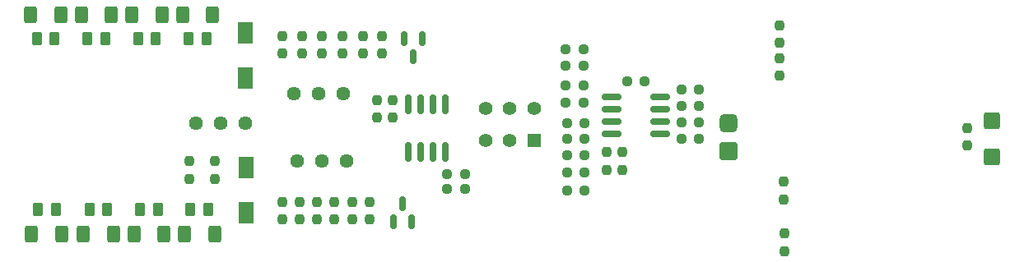
<source format=gbr>
%TF.GenerationSoftware,KiCad,Pcbnew,7.0.10*%
%TF.CreationDate,2024-07-07T01:33:31+02:00*%
%TF.ProjectId,DS100M06V_linear,44533130-304d-4303-9656-5f6c696e6561,rev?*%
%TF.SameCoordinates,Original*%
%TF.FileFunction,Paste,Top*%
%TF.FilePolarity,Positive*%
%FSLAX46Y46*%
G04 Gerber Fmt 4.6, Leading zero omitted, Abs format (unit mm)*
G04 Created by KiCad (PCBNEW 7.0.10) date 2024-07-07 01:33:31*
%MOMM*%
%LPD*%
G01*
G04 APERTURE LIST*
G04 Aperture macros list*
%AMRoundRect*
0 Rectangle with rounded corners*
0 $1 Rounding radius*
0 $2 $3 $4 $5 $6 $7 $8 $9 X,Y pos of 4 corners*
0 Add a 4 corners polygon primitive as box body*
4,1,4,$2,$3,$4,$5,$6,$7,$8,$9,$2,$3,0*
0 Add four circle primitives for the rounded corners*
1,1,$1+$1,$2,$3*
1,1,$1+$1,$4,$5*
1,1,$1+$1,$6,$7*
1,1,$1+$1,$8,$9*
0 Add four rect primitives between the rounded corners*
20,1,$1+$1,$2,$3,$4,$5,0*
20,1,$1+$1,$4,$5,$6,$7,0*
20,1,$1+$1,$6,$7,$8,$9,0*
20,1,$1+$1,$8,$9,$2,$3,0*%
G04 Aperture macros list end*
%ADD10RoundRect,0.237500X0.250000X0.237500X-0.250000X0.237500X-0.250000X-0.237500X0.250000X-0.237500X0*%
%ADD11RoundRect,0.237500X-0.237500X0.250000X-0.237500X-0.250000X0.237500X-0.250000X0.237500X0.250000X0*%
%ADD12RoundRect,0.250000X0.262500X0.450000X-0.262500X0.450000X-0.262500X-0.450000X0.262500X-0.450000X0*%
%ADD13R,1.600000X2.300000*%
%ADD14RoundRect,0.150000X-0.825000X-0.150000X0.825000X-0.150000X0.825000X0.150000X-0.825000X0.150000X0*%
%ADD15RoundRect,0.237500X0.237500X-0.250000X0.237500X0.250000X-0.237500X0.250000X-0.237500X-0.250000X0*%
%ADD16C,1.440000*%
%ADD17RoundRect,0.237500X-0.250000X-0.237500X0.250000X-0.237500X0.250000X0.237500X-0.250000X0.237500X0*%
%ADD18RoundRect,0.250000X0.600000X-0.600000X0.600000X0.600000X-0.600000X0.600000X-0.600000X-0.600000X0*%
%ADD19RoundRect,0.250000X-0.400000X-0.625000X0.400000X-0.625000X0.400000X0.625000X-0.400000X0.625000X0*%
%ADD20RoundRect,0.150000X0.150000X-0.587500X0.150000X0.587500X-0.150000X0.587500X-0.150000X-0.587500X0*%
%ADD21RoundRect,0.150000X-0.150000X0.587500X-0.150000X-0.587500X0.150000X-0.587500X0.150000X0.587500X0*%
%ADD22RoundRect,0.250000X-0.675000X-0.675000X0.675000X-0.675000X0.675000X0.675000X-0.675000X0.675000X0*%
%ADD23R,1.400000X1.400000*%
%ADD24C,1.400000*%
%ADD25RoundRect,0.462500X-0.462500X-0.462500X0.462500X-0.462500X0.462500X0.462500X-0.462500X0.462500X0*%
%ADD26RoundRect,0.150000X0.150000X-0.825000X0.150000X0.825000X-0.150000X0.825000X-0.150000X-0.825000X0*%
G04 APERTURE END LIST*
D10*
%TO.C,R14*%
X149212500Y-124600000D03*
X147387500Y-124600000D03*
%TD*%
D11*
%TO.C,R51*%
X127100000Y-131087500D03*
X127100000Y-132912500D03*
%TD*%
D10*
%TO.C,R13*%
X149112500Y-119100000D03*
X147287500Y-119100000D03*
%TD*%
D12*
%TO.C,C39*%
X94812500Y-131900000D03*
X92987500Y-131900000D03*
%TD*%
D13*
%TO.C,C16*%
X114300000Y-118350000D03*
X114300000Y-113650000D03*
%TD*%
D14*
%TO.C,U4*%
X152025000Y-120295000D03*
X152025000Y-121565000D03*
X152025000Y-122835000D03*
X152025000Y-124105000D03*
X156975000Y-124105000D03*
X156975000Y-122835000D03*
X156975000Y-121565000D03*
X156975000Y-120295000D03*
%TD*%
D15*
%TO.C,C34*%
X127900000Y-122412500D03*
X127900000Y-120587500D03*
%TD*%
D16*
%TO.C,RV2*%
X119650000Y-126900000D03*
X122190000Y-126900000D03*
X124730000Y-126900000D03*
%TD*%
D17*
%TO.C,R35*%
X159187500Y-124600000D03*
X161012500Y-124600000D03*
%TD*%
D11*
%TO.C,C5*%
X123500000Y-131087500D03*
X123500000Y-132912500D03*
%TD*%
D18*
%TO.C,J5*%
X191100000Y-126450000D03*
%TD*%
D10*
%TO.C,R19*%
X149112500Y-117100000D03*
X147287500Y-117100000D03*
%TD*%
D11*
%TO.C,C24*%
X121700000Y-131087500D03*
X121700000Y-132912500D03*
%TD*%
D18*
%TO.C,J2*%
X191100000Y-122700000D03*
%TD*%
D10*
%TO.C,C18*%
X136912500Y-129750000D03*
X135087500Y-129750000D03*
%TD*%
%TO.C,C37*%
X161012500Y-121200000D03*
X159187500Y-121200000D03*
%TD*%
D19*
%TO.C,R11*%
X107850000Y-111800000D03*
X110950000Y-111800000D03*
%TD*%
D15*
%TO.C,C4*%
X169300000Y-118112500D03*
X169300000Y-116287500D03*
%TD*%
D19*
%TO.C,R8*%
X92250000Y-111800000D03*
X95350000Y-111800000D03*
%TD*%
D11*
%TO.C,C6*%
X119900000Y-131087500D03*
X119900000Y-132912500D03*
%TD*%
D20*
%TO.C,D2*%
X129550000Y-133137500D03*
X131450000Y-133137500D03*
X130500000Y-131262500D03*
%TD*%
D17*
%TO.C,R21*%
X147387500Y-126300000D03*
X149212500Y-126300000D03*
%TD*%
D21*
%TO.C,D3*%
X132550000Y-114262500D03*
X130650000Y-114262500D03*
X131600000Y-116137500D03*
%TD*%
D15*
%TO.C,C15*%
X118100000Y-115812500D03*
X118100000Y-113987500D03*
%TD*%
%TO.C,C2*%
X169700000Y-130825000D03*
X169700000Y-129000000D03*
%TD*%
D22*
%TO.C,J7*%
X164000000Y-125900000D03*
%TD*%
D17*
%TO.C,R18*%
X153587500Y-118700000D03*
X155412500Y-118700000D03*
%TD*%
D12*
%TO.C,C42*%
X110512500Y-131900000D03*
X108687500Y-131900000D03*
%TD*%
D19*
%TO.C,R9*%
X97450000Y-111800000D03*
X100550000Y-111800000D03*
%TD*%
D11*
%TO.C,C3*%
X169800000Y-134337500D03*
X169800000Y-136162500D03*
%TD*%
D15*
%TO.C,R12*%
X126400000Y-115812500D03*
X126400000Y-113987500D03*
%TD*%
D10*
%TO.C,C21*%
X161012500Y-119500000D03*
X159187500Y-119500000D03*
%TD*%
D19*
%TO.C,R1*%
X97650000Y-134400000D03*
X100750000Y-134400000D03*
%TD*%
D17*
%TO.C,R16*%
X147387500Y-123000000D03*
X149212500Y-123000000D03*
%TD*%
D12*
%TO.C,C10*%
X99912500Y-114300000D03*
X98087500Y-114300000D03*
%TD*%
D23*
%TO.C,SW1*%
X144007500Y-124750000D03*
D24*
X141507500Y-124750000D03*
X139007500Y-124750000D03*
X144007500Y-121450000D03*
X141507500Y-121450000D03*
X139007500Y-121450000D03*
%TD*%
D15*
%TO.C,C23*%
X124300000Y-115812500D03*
X124300000Y-113987500D03*
%TD*%
D19*
%TO.C,R2*%
X102850000Y-134400000D03*
X105950000Y-134400000D03*
%TD*%
D16*
%TO.C,RV3*%
X119350000Y-119900000D03*
X121890000Y-119900000D03*
X124430000Y-119900000D03*
%TD*%
D15*
%TO.C,C14*%
X120200000Y-115812500D03*
X120200000Y-113987500D03*
%TD*%
D25*
%TO.C,J6*%
X164000000Y-123000000D03*
%TD*%
D15*
%TO.C,C1*%
X188550000Y-125312500D03*
X188550000Y-123487500D03*
%TD*%
D17*
%TO.C,R20*%
X147387500Y-128100000D03*
X149212500Y-128100000D03*
%TD*%
D13*
%TO.C,C8*%
X114400000Y-132250000D03*
X114400000Y-127550000D03*
%TD*%
D10*
%TO.C,R17*%
X161012500Y-122900000D03*
X159187500Y-122900000D03*
%TD*%
%TO.C,R6*%
X149112500Y-115400000D03*
X147287500Y-115400000D03*
%TD*%
D26*
%TO.C,U1*%
X131095000Y-125975000D03*
X132365000Y-125975000D03*
X133635000Y-125975000D03*
X134905000Y-125975000D03*
X134905000Y-121025000D03*
X133635000Y-121025000D03*
X132365000Y-121025000D03*
X131095000Y-121025000D03*
%TD*%
D15*
%TO.C,C17*%
X129500000Y-122412500D03*
X129500000Y-120587500D03*
%TD*%
D11*
%TO.C,C7*%
X118100000Y-131087500D03*
X118100000Y-132912500D03*
%TD*%
D12*
%TO.C,C41*%
X105312500Y-131900000D03*
X103487500Y-131900000D03*
%TD*%
D15*
%TO.C,R52*%
X128400000Y-115812500D03*
X128400000Y-113987500D03*
%TD*%
D16*
%TO.C,RV1*%
X109200000Y-123000000D03*
X111740000Y-123000000D03*
X114280000Y-123000000D03*
%TD*%
D19*
%TO.C,R3*%
X108050000Y-134400000D03*
X111150000Y-134400000D03*
%TD*%
D15*
%TO.C,R7*%
X108600000Y-128712500D03*
X108600000Y-126887500D03*
%TD*%
D10*
%TO.C,C35*%
X136912500Y-128250000D03*
X135087500Y-128250000D03*
%TD*%
D12*
%TO.C,C11*%
X94712500Y-114300000D03*
X92887500Y-114300000D03*
%TD*%
D10*
%TO.C,R15*%
X149112500Y-120900000D03*
X147287500Y-120900000D03*
%TD*%
D19*
%TO.C,R4*%
X92350000Y-134400000D03*
X95450000Y-134400000D03*
%TD*%
D12*
%TO.C,C12*%
X110312500Y-114300000D03*
X108487500Y-114300000D03*
%TD*%
D15*
%TO.C,C22*%
X153100000Y-127812500D03*
X153100000Y-125987500D03*
%TD*%
D19*
%TO.C,R10*%
X102650000Y-111800000D03*
X105750000Y-111800000D03*
%TD*%
D15*
%TO.C,C13*%
X122200000Y-115812500D03*
X122200000Y-113987500D03*
%TD*%
D10*
%TO.C,R22*%
X149212500Y-129900000D03*
X147387500Y-129900000D03*
%TD*%
D11*
%TO.C,R5*%
X125300000Y-131087500D03*
X125300000Y-132912500D03*
%TD*%
D15*
%TO.C,C32*%
X111200000Y-128712500D03*
X111200000Y-126887500D03*
%TD*%
%TO.C,C38*%
X151500000Y-127812500D03*
X151500000Y-125987500D03*
%TD*%
D12*
%TO.C,C9*%
X105112500Y-114300000D03*
X103287500Y-114300000D03*
%TD*%
%TO.C,C40*%
X100112500Y-131900000D03*
X98287500Y-131900000D03*
%TD*%
D11*
%TO.C,C19*%
X169300000Y-112887500D03*
X169300000Y-114712500D03*
%TD*%
M02*

</source>
